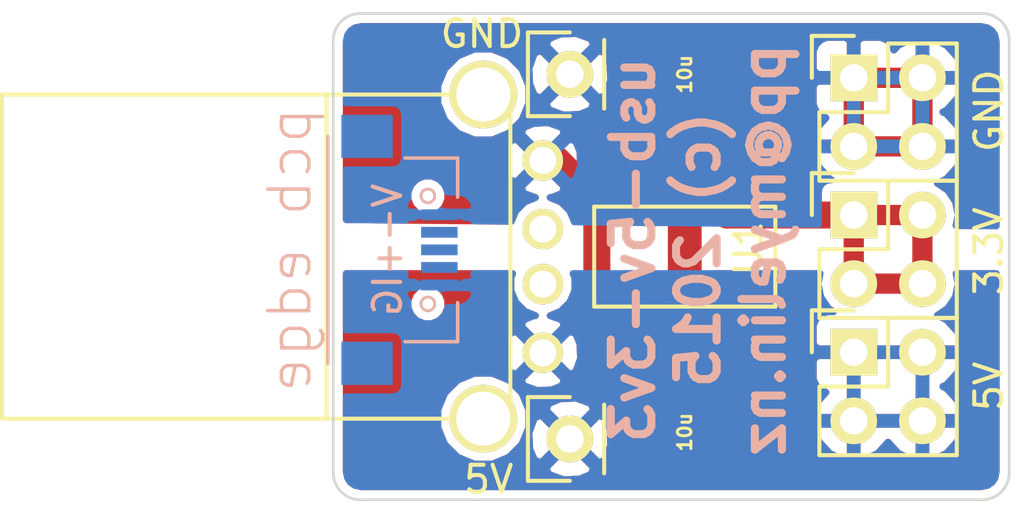
<source format=kicad_pcb>
(kicad_pcb (version 4) (host pcbnew "(2015-01-02 BZR 5348)-product")

  (general
    (links 23)
    (no_connects 0)
    (area 97.254943 89.5472 148.228991 113.7528)
    (thickness 1.6)
    (drawings 9)
    (tracks 20)
    (zones 0)
    (modules 10)
    (nets 9)
  )

  (page A4)
  (layers
    (0 F.Cu signal)
    (31 B.Cu signal hide)
    (32 B.Adhes user)
    (33 F.Adhes user)
    (34 B.Paste user)
    (35 F.Paste user)
    (36 B.SilkS user)
    (37 F.SilkS user)
    (38 B.Mask user)
    (39 F.Mask user)
    (40 Dwgs.User user)
    (41 Cmts.User user)
    (42 Eco1.User user)
    (43 Eco2.User user)
    (44 Edge.Cuts user)
    (45 Margin user)
    (46 B.CrtYd user)
    (47 F.CrtYd user)
    (48 B.Fab user)
    (49 F.Fab user)
  )

  (setup
    (last_trace_width 0.254)
    (user_trace_width 0.254)
    (user_trace_width 0.5)
    (user_trace_width 0.75)
    (user_trace_width 1)
    (user_trace_width 1.5)
    (trace_clearance 0.1778)
    (zone_clearance 0.3048)
    (zone_45_only no)
    (trace_min 0.254)
    (segment_width 0.2)
    (edge_width 0.1)
    (via_size 0.889)
    (via_drill 0.635)
    (via_min_size 0.889)
    (via_min_drill 0.508)
    (uvia_size 0.508)
    (uvia_drill 0.127)
    (uvias_allowed no)
    (uvia_min_size 0.508)
    (uvia_min_drill 0.127)
    (pcb_text_width 0.3)
    (pcb_text_size 1.5 1.5)
    (mod_edge_width 0.15)
    (mod_text_size 1 1)
    (mod_text_width 0.15)
    (pad_size 1.7272 1.7272)
    (pad_drill 1.016)
    (pad_to_mask_clearance 0)
    (aux_axis_origin 0 0)
    (visible_elements 7FFFFF7F)
    (pcbplotparams
      (layerselection 0x010fc_80000001)
      (usegerberextensions true)
      (excludeedgelayer true)
      (linewidth 0.100000)
      (plotframeref false)
      (viasonmask false)
      (mode 1)
      (useauxorigin false)
      (hpglpennumber 1)
      (hpglpenspeed 20)
      (hpglpendiameter 15)
      (hpglpenoverlay 2)
      (psnegative false)
      (psa4output false)
      (plotreference true)
      (plotvalue true)
      (plotinvisibletext false)
      (padsonsilk false)
      (subtractmaskfromsilk false)
      (outputformat 1)
      (mirror false)
      (drillshape 0)
      (scaleselection 1)
      (outputdirectory gerbers/))
  )

  (net 0 "")
  (net 1 /vbus)
  (net 2 /gnd)
  (net 3 /3v3)
  (net 4 "Net-(CON1-Pad2)")
  (net 5 "Net-(CON1-Pad3)")
  (net 6 "Net-(CON2-Pad3)")
  (net 7 "Net-(CON2-Pad4)")
  (net 8 "Net-(CON2-Pad2)")

  (net_class Default "This is the default net class."
    (clearance 0.1778)
    (trace_width 0.254)
    (via_dia 0.889)
    (via_drill 0.635)
    (uvia_dia 0.508)
    (uvia_drill 0.127)
    (add_net /3v3)
    (add_net /gnd)
    (add_net /vbus)
    (add_net "Net-(CON1-Pad2)")
    (add_net "Net-(CON1-Pad3)")
    (add_net "Net-(CON2-Pad2)")
    (add_net "Net-(CON2-Pad3)")
    (add_net "Net-(CON2-Pad4)")
  )

  (module myelin-kicad:SM0805_NOSILKSCREEN (layer F.Cu) (tedit 54921587) (tstamp 551CCC1D)
    (at 128.25 109 180)
    (descr "Kicad SM0805 module with less annoying silkscreen -- by Phillip Pearson")
    (path /551CC528)
    (attr smd)
    (fp_text reference C1 (at 0 -1.3 180) (layer F.SilkS) hide
      (effects (font (size 0.50038 0.50038) (thickness 0.10922)))
    )
    (fp_text value 10u (at 0 0 270) (layer F.SilkS)
      (effects (font (size 0.50038 0.50038) (thickness 0.10922)))
    )
    (pad 1 smd rect (at -0.9525 0 180) (size 0.889 1.397) (layers F.Cu F.Paste F.Mask)
      (net 1 /vbus))
    (pad 2 smd rect (at 0.9525 0 180) (size 0.889 1.397) (layers F.Cu F.Paste F.Mask)
      (net 2 /gnd))
    (model smd/chip_cms.wrl
      (at (xyz 0 0 0))
      (scale (xyz 0.1 0.1 0.1))
      (rotate (xyz 0 0 0))
    )
  )

  (module myelin-kicad:SM0805_NOSILKSCREEN (layer F.Cu) (tedit 54921587) (tstamp 551CCC23)
    (at 128.25 95.75 180)
    (descr "Kicad SM0805 module with less annoying silkscreen -- by Phillip Pearson")
    (path /551CC59D)
    (attr smd)
    (fp_text reference C2 (at 0 -1.3 180) (layer F.SilkS) hide
      (effects (font (size 0.50038 0.50038) (thickness 0.10922)))
    )
    (fp_text value 10u (at 0 0 270) (layer F.SilkS)
      (effects (font (size 0.50038 0.50038) (thickness 0.10922)))
    )
    (pad 1 smd rect (at -0.9525 0 180) (size 0.889 1.397) (layers F.Cu F.Paste F.Mask)
      (net 3 /3v3))
    (pad 2 smd rect (at 0.9525 0 180) (size 0.889 1.397) (layers F.Cu F.Paste F.Mask)
      (net 2 /gnd))
    (model smd/chip_cms.wrl
      (at (xyz 0 0 0))
      (scale (xyz 0.1 0.1 0.1))
      (rotate (xyz 0 0 0))
    )
  )

  (module myelin-kicad:USB_A_THRU_HOLE (layer F.Cu) (tedit 551CD54F) (tstamp 551CCC2D)
    (at 115 102.5 270)
    (path /551CC3CC)
    (fp_text reference CON1 (at 0 -1.9 270) (layer F.SilkS) hide
      (effects (font (size 1.5 1.5) (thickness 0.15)))
    )
    (fp_text value usb_plug (at 0 -5 270) (layer F.SilkS) hide
      (effects (font (size 1.5 1.5) (thickness 0.15)))
    )
    (fp_line (start 6 0) (end 6 -6.8) (layer F.SilkS) (width 0.15))
    (fp_line (start 6 -6.8) (end -6 -6.8) (layer F.SilkS) (width 0.15))
    (fp_line (start -6 -6.8) (end -6 0) (layer F.SilkS) (width 0.15))
    (fp_line (start 6 12) (end -6 12) (layer F.SilkS) (width 0.15))
    (fp_line (start -6 12) (end -6 0) (layer F.SilkS) (width 0.15))
    (fp_line (start -6 0) (end 6 0) (layer F.SilkS) (width 0.15))
    (fp_line (start 6 0) (end 6 12) (layer F.SilkS) (width 0.15))
    (pad 1 thru_hole circle (at 3.56 -8 90) (size 1.5 1.5) (drill 1) (layers *.Cu *.Mask F.SilkS)
      (net 1 /vbus))
    (pad 2 thru_hole circle (at 1.02 -8 90) (size 1.5 1.5) (drill 1) (layers *.Cu *.Mask F.SilkS)
      (net 4 "Net-(CON1-Pad2)"))
    (pad 3 thru_hole circle (at -1.02 -8 90) (size 1.5 1.5) (drill 1) (layers *.Cu *.Mask F.SilkS)
      (net 5 "Net-(CON1-Pad3)"))
    (pad 4 thru_hole circle (at -3.56 -8 90) (size 1.5 1.5) (drill 1) (layers *.Cu *.Mask F.SilkS)
      (net 2 /gnd))
    (pad "" thru_hole circle (at 6 -5.8 90) (size 2.5 2.5) (drill 2) (layers *.Cu *.Mask F.SilkS))
    (pad "" thru_hole circle (at -6 -5.8 90) (size 2.5 2.5) (drill 2) (layers *.Cu *.Mask F.SilkS))
  )

  (module myelin-kicad:micro_usb_b_smd_bottom_mount (layer B.Cu) (tedit 551CD542) (tstamp 551CCC3A)
    (at 116.5 102.25 90)
    (descr "micro usb b connector -- designed to go on the bottom of the pcb -- Phillip Pearson")
    (path /551CC4A1)
    (fp_text reference CON2 (at 0.2 -4.95 90) (layer B.SilkS) hide
      (effects (font (thickness 0.3048)) (justify mirror))
    )
    (fp_text value micro_usb_socket (at 0.65 -8.9 90) (layer B.SilkS) hide
      (effects (font (thickness 0.3048)) (justify mirror))
    )
    (fp_text user V-+IG (at 0 0.762 90) (layer B.SilkS)
      (effects (font (size 1.016 1.016) (thickness 0.1524)) (justify mirror))
    )
    (fp_line (start -4.2 -1.45) (end 4.2 -1.45) (layer B.SilkS) (width 0.13))
    (fp_line (start 1.95 3.35) (end 3.4 3.35) (layer B.SilkS) (width 0.13))
    (fp_line (start 3.4 3.35) (end 3.4 1.4) (layer B.SilkS) (width 0.13))
    (fp_line (start -1.95 3.35) (end -3.4 3.35) (layer B.SilkS) (width 0.13))
    (fp_line (start -3.4 3.35) (end -3.4 1.4) (layer B.SilkS) (width 0.13))
    (fp_text user "pcb edge" (at 0 -2.85 90) (layer B.SilkS)
      (effects (font (thickness 0.127)) (justify mirror))
    )
    (pad "" smd rect (at -4.2 0 90) (size 1.6 1.9) (layers B.Cu B.Paste B.Mask))
    (pad "" smd rect (at 4.2 0 90) (size 1.6 1.9) (layers B.Cu B.Paste B.Mask))
    (pad 3 smd rect (at 0 2.675 90) (size 0.4 1.35) (layers B.Cu B.Paste B.Mask)
      (net 6 "Net-(CON2-Pad3)"))
    (pad 4 smd rect (at 0.65 2.675 90) (size 0.4 1.35) (layers B.Cu B.Paste B.Mask)
      (net 7 "Net-(CON2-Pad4)"))
    (pad 5 smd rect (at 1.3 2.675 90) (size 0.4 1.35) (layers B.Cu B.Paste B.Mask)
      (net 2 /gnd))
    (pad 2 smd rect (at -0.65 2.675 90) (size 0.4 1.35) (layers B.Cu B.Paste B.Mask)
      (net 8 "Net-(CON2-Pad2)"))
    (pad 1 smd rect (at -1.3 2.675 90) (size 0.4 1.35) (layers B.Cu B.Paste B.Mask)
      (net 1 /vbus))
    (pad "" thru_hole circle (at -2 2.25 90) (size 0.6 0.6) (drill 0.4) (layers *.Cu *.Mask B.SilkS))
    (pad "" thru_hole circle (at 2 2.25 90) (size 0.6 0.6) (drill 0.4) (layers *.Cu *.Mask B.SilkS))
  )

  (module Socket_Strips:Socket_Strip_Straight_2x02 (layer F.Cu) (tedit 551CD2C7) (tstamp 551CCC42)
    (at 134.5 106.04)
    (descr "Through hole socket strip")
    (tags "socket strip")
    (path /551CC73C)
    (fp_text reference P1 (at 12.5 1.76) (layer F.SilkS) hide
      (effects (font (size 1 1) (thickness 0.15)))
    )
    (fp_text value 5V (at 5 1.26 90) (layer F.SilkS)
      (effects (font (size 1 1) (thickness 0.15)))
    )
    (fp_line (start -1.55 -1.55) (end -1.55 0) (layer F.SilkS) (width 0.15))
    (fp_line (start -1.75 -1.75) (end -1.75 4.3) (layer F.CrtYd) (width 0.05))
    (fp_line (start 4.3 -1.75) (end 4.3 4.3) (layer F.CrtYd) (width 0.05))
    (fp_line (start -1.75 -1.75) (end 4.3 -1.75) (layer F.CrtYd) (width 0.05))
    (fp_line (start -1.75 4.3) (end 4.3 4.3) (layer F.CrtYd) (width 0.05))
    (fp_line (start 0 -1.55) (end -1.55 -1.55) (layer F.SilkS) (width 0.15))
    (fp_line (start 0 -1.55) (end -1.55 -1.55) (layer F.SilkS) (width 0.15))
    (fp_line (start 1.27 -1.27) (end 1.27 1.27) (layer F.SilkS) (width 0.15))
    (fp_line (start 1.27 1.27) (end -1.27 1.27) (layer F.SilkS) (width 0.15))
    (fp_line (start -1.27 1.27) (end -1.27 3.81) (layer F.SilkS) (width 0.15))
    (fp_line (start -1.27 3.81) (end 3.81 3.81) (layer F.SilkS) (width 0.15))
    (fp_line (start 3.81 3.81) (end 3.81 -1.27) (layer F.SilkS) (width 0.15))
    (fp_line (start 3.81 -1.27) (end 1.27 -1.27) (layer F.SilkS) (width 0.15))
    (pad 1 thru_hole rect (at 0 0) (size 1.7272 1.7272) (drill 1.016) (layers *.Cu *.Mask F.SilkS)
      (net 1 /vbus))
    (pad 2 thru_hole oval (at 0 2.54) (size 1.7272 1.7272) (drill 1.016) (layers *.Cu *.Mask F.SilkS)
      (net 1 /vbus))
    (pad 3 thru_hole oval (at 2.54 0) (size 1.7272 1.7272) (drill 1.016) (layers *.Cu *.Mask F.SilkS)
      (net 1 /vbus))
    (pad 4 thru_hole oval (at 2.54 2.54) (size 1.7272 1.7272) (drill 1.016) (layers *.Cu *.Mask F.SilkS)
      (net 1 /vbus))
    (model Socket_Strips.3dshapes/Socket_Strip_Straight_2x02.wrl
      (at (xyz 0.05 -0.05 0))
      (scale (xyz 1 1 1))
      (rotate (xyz 0 0 180))
    )
  )

  (module Socket_Strips:Socket_Strip_Straight_2x02 (layer F.Cu) (tedit 551CD2C5) (tstamp 551CCC4A)
    (at 134.5 100.96)
    (descr "Through hole socket strip")
    (tags "socket strip")
    (path /551CC665)
    (fp_text reference P2 (at 12.3 1.44) (layer F.SilkS) hide
      (effects (font (size 1 1) (thickness 0.15)))
    )
    (fp_text value 3.3V (at 5 1.34 90) (layer F.SilkS)
      (effects (font (size 1 1) (thickness 0.15)))
    )
    (fp_line (start -1.55 -1.55) (end -1.55 0) (layer F.SilkS) (width 0.15))
    (fp_line (start -1.75 -1.75) (end -1.75 4.3) (layer F.CrtYd) (width 0.05))
    (fp_line (start 4.3 -1.75) (end 4.3 4.3) (layer F.CrtYd) (width 0.05))
    (fp_line (start -1.75 -1.75) (end 4.3 -1.75) (layer F.CrtYd) (width 0.05))
    (fp_line (start -1.75 4.3) (end 4.3 4.3) (layer F.CrtYd) (width 0.05))
    (fp_line (start 0 -1.55) (end -1.55 -1.55) (layer F.SilkS) (width 0.15))
    (fp_line (start 0 -1.55) (end -1.55 -1.55) (layer F.SilkS) (width 0.15))
    (fp_line (start 1.27 -1.27) (end 1.27 1.27) (layer F.SilkS) (width 0.15))
    (fp_line (start 1.27 1.27) (end -1.27 1.27) (layer F.SilkS) (width 0.15))
    (fp_line (start -1.27 1.27) (end -1.27 3.81) (layer F.SilkS) (width 0.15))
    (fp_line (start -1.27 3.81) (end 3.81 3.81) (layer F.SilkS) (width 0.15))
    (fp_line (start 3.81 3.81) (end 3.81 -1.27) (layer F.SilkS) (width 0.15))
    (fp_line (start 3.81 -1.27) (end 1.27 -1.27) (layer F.SilkS) (width 0.15))
    (pad 1 thru_hole rect (at 0 0) (size 1.7272 1.7272) (drill 1.016) (layers *.Cu *.Mask F.SilkS)
      (net 3 /3v3))
    (pad 2 thru_hole oval (at 0 2.54) (size 1.7272 1.7272) (drill 1.016) (layers *.Cu *.Mask F.SilkS)
      (net 3 /3v3))
    (pad 3 thru_hole oval (at 2.54 0) (size 1.7272 1.7272) (drill 1.016) (layers *.Cu *.Mask F.SilkS)
      (net 3 /3v3))
    (pad 4 thru_hole oval (at 2.54 2.54) (size 1.7272 1.7272) (drill 1.016) (layers *.Cu *.Mask F.SilkS)
      (net 3 /3v3))
    (model Socket_Strips.3dshapes/Socket_Strip_Straight_2x02.wrl
      (at (xyz 0.05 -0.05 0))
      (scale (xyz 1 1 1))
      (rotate (xyz 0 0 180))
    )
  )

  (module Socket_Strips:Socket_Strip_Straight_2x02 (layer F.Cu) (tedit 551CD2C4) (tstamp 551CCD21)
    (at 134.5 95.88)
    (descr "Through hole socket strip")
    (tags "socket strip")
    (path /551CC6A2)
    (fp_text reference P3 (at 11.5 1.32) (layer F.SilkS) hide
      (effects (font (size 1 1) (thickness 0.15)))
    )
    (fp_text value GND (at 5 1.22 90) (layer F.SilkS)
      (effects (font (size 1 1) (thickness 0.15)))
    )
    (fp_line (start -1.55 -1.55) (end -1.55 0) (layer F.SilkS) (width 0.15))
    (fp_line (start -1.75 -1.75) (end -1.75 4.3) (layer F.CrtYd) (width 0.05))
    (fp_line (start 4.3 -1.75) (end 4.3 4.3) (layer F.CrtYd) (width 0.05))
    (fp_line (start -1.75 -1.75) (end 4.3 -1.75) (layer F.CrtYd) (width 0.05))
    (fp_line (start -1.75 4.3) (end 4.3 4.3) (layer F.CrtYd) (width 0.05))
    (fp_line (start 0 -1.55) (end -1.55 -1.55) (layer F.SilkS) (width 0.15))
    (fp_line (start 0 -1.55) (end -1.55 -1.55) (layer F.SilkS) (width 0.15))
    (fp_line (start 1.27 -1.27) (end 1.27 1.27) (layer F.SilkS) (width 0.15))
    (fp_line (start 1.27 1.27) (end -1.27 1.27) (layer F.SilkS) (width 0.15))
    (fp_line (start -1.27 1.27) (end -1.27 3.81) (layer F.SilkS) (width 0.15))
    (fp_line (start -1.27 3.81) (end 3.81 3.81) (layer F.SilkS) (width 0.15))
    (fp_line (start 3.81 3.81) (end 3.81 -1.27) (layer F.SilkS) (width 0.15))
    (fp_line (start 3.81 -1.27) (end 1.27 -1.27) (layer F.SilkS) (width 0.15))
    (pad 1 thru_hole rect (at 0 0) (size 1.7272 1.7272) (drill 1.016) (layers *.Cu *.Mask F.SilkS)
      (net 2 /gnd))
    (pad 2 thru_hole oval (at 0 2.54) (size 1.7272 1.7272) (drill 1.016) (layers *.Cu *.Mask F.SilkS)
      (net 2 /gnd))
    (pad 3 thru_hole oval (at 2.54 0) (size 1.7272 1.7272) (drill 1.016) (layers *.Cu *.Mask F.SilkS)
      (net 2 /gnd))
    (pad 4 thru_hole oval (at 2.54 2.54) (size 1.7272 1.7272) (drill 1.016) (layers *.Cu *.Mask F.SilkS)
      (net 2 /gnd))
    (model Socket_Strips.3dshapes/Socket_Strip_Straight_2x02.wrl
      (at (xyz 0.05 -0.05 0))
      (scale (xyz 1 1 1))
      (rotate (xyz 0 0 180))
    )
  )

  (module myelin-kicad:SOT-223-LDO-1117LV (layer F.Cu) (tedit 551CD2BD) (tstamp 551CCC5E)
    (at 128.25 102.5)
    (path /551CC4F8)
    (fp_text reference U1 (at 2.35 -0.3 90) (layer F.SilkS)
      (effects (font (size 1 1) (thickness 0.15)))
    )
    (fp_text value NCP1117ST33T3G (at 0.15 10.3 180) (layer F.SilkS) hide
      (effects (font (size 1 1) (thickness 0.15)))
    )
    (fp_line (start 3.35 -1.85) (end 3.35 1.85) (layer F.SilkS) (width 0.15))
    (fp_line (start -3.35 -1.85) (end 3.35 -1.85) (layer F.SilkS) (width 0.15))
    (fp_line (start -3.35 1.85) (end -3.35 -1.85) (layer F.SilkS) (width 0.15))
    (fp_line (start -3.35 1.85) (end 3.35 1.85) (layer F.SilkS) (width 0.15))
    (pad 1 smd rect (at -2.3 3.1) (size 1.25 2.55) (layers F.Cu F.Paste F.Mask)
      (net 2 /gnd))
    (pad 2 smd rect (at 0 0) (size 1.25 8.75) (layers F.Cu F.Paste F.Mask)
      (net 3 /3v3))
    (pad 3 smd rect (at 2.3 3.1) (size 1.25 2.55) (layers F.Cu F.Paste F.Mask)
      (net 1 /vbus))
    (pad 2 smd rect (at 0 -3.1) (size 3.65 2.55) (layers F.Cu F.Paste F.Mask)
      (net 3 /3v3))
  )

  (module Socket_Strips:Socket_Strip_Straight_1x01 (layer F.Cu) (tedit 551CD9EB) (tstamp 551CD8B5)
    (at 124 109.25)
    (descr "Through hole socket strip")
    (tags "socket strip")
    (path /551CD9A8)
    (fp_text reference P4 (at 0 -5.1) (layer F.SilkS) hide
      (effects (font (size 1 1) (thickness 0.15)))
    )
    (fp_text value 5V (at -3 1.5) (layer F.SilkS)
      (effects (font (size 1 1) (thickness 0.15)))
    )
    (fp_line (start -1.75 -1.75) (end -1.75 1.75) (layer F.CrtYd) (width 0.05))
    (fp_line (start 1.75 -1.75) (end 1.75 1.75) (layer F.CrtYd) (width 0.05))
    (fp_line (start -1.75 -1.75) (end 1.75 -1.75) (layer F.CrtYd) (width 0.05))
    (fp_line (start -1.75 1.75) (end 1.75 1.75) (layer F.CrtYd) (width 0.05))
    (fp_line (start 1.27 1.27) (end 1.27 -1.27) (layer F.SilkS) (width 0.15))
    (fp_line (start -1.55 -1.55) (end 0 -1.55) (layer F.SilkS) (width 0.15))
    (fp_line (start -1.55 -1.55) (end -1.55 1.55) (layer F.SilkS) (width 0.15))
    (fp_line (start -1.55 1.55) (end 0 1.55) (layer F.SilkS) (width 0.15))
    (pad 1 thru_hole circle (at 0 0) (size 1.7272 1.7272) (drill 1.016) (layers *.Cu *.Mask F.SilkS)
      (net 1 /vbus))
    (model Socket_Strips.3dshapes/Socket_Strip_Straight_1x01.wrl
      (at (xyz 0 0 0))
      (scale (xyz 1 1 1))
      (rotate (xyz 0 0 180))
    )
  )

  (module Socket_Strips:Socket_Strip_Straight_1x01 (layer F.Cu) (tedit 551CD9A6) (tstamp 551CD8BA)
    (at 124 95.75)
    (descr "Through hole socket strip")
    (tags "socket strip")
    (path /551CD8A3)
    (fp_text reference P5 (at 0 -5.1) (layer F.SilkS) hide
      (effects (font (size 1 1) (thickness 0.15)))
    )
    (fp_text value GND (at -3.25 -1.5 180) (layer F.SilkS)
      (effects (font (size 1 1) (thickness 0.15)))
    )
    (fp_line (start -1.75 -1.75) (end -1.75 1.75) (layer F.CrtYd) (width 0.05))
    (fp_line (start 1.75 -1.75) (end 1.75 1.75) (layer F.CrtYd) (width 0.05))
    (fp_line (start -1.75 -1.75) (end 1.75 -1.75) (layer F.CrtYd) (width 0.05))
    (fp_line (start -1.75 1.75) (end 1.75 1.75) (layer F.CrtYd) (width 0.05))
    (fp_line (start 1.27 1.27) (end 1.27 -1.27) (layer F.SilkS) (width 0.15))
    (fp_line (start -1.55 -1.55) (end 0 -1.55) (layer F.SilkS) (width 0.15))
    (fp_line (start -1.55 -1.55) (end -1.55 1.55) (layer F.SilkS) (width 0.15))
    (fp_line (start -1.55 1.55) (end 0 1.55) (layer F.SilkS) (width 0.15))
    (pad 1 thru_hole circle (at 0 0) (size 1.7272 1.7272) (drill 1.016) (layers *.Cu *.Mask F.SilkS)
      (net 2 /gnd))
    (model Socket_Strips.3dshapes/Socket_Strip_Straight_1x01.wrl
      (at (xyz 0 0 0))
      (scale (xyz 1 1 1))
      (rotate (xyz 0 0 180))
    )
  )

  (gr_text "usb-5v-3v3\n(c) 2015\npp@myelin.nz" (at 128.75 102.25 90) (layer B.SilkS)
    (effects (font (size 1.5 1.5) (thickness 0.3)) (justify mirror))
  )
  (gr_arc (start 139.25 110.5) (end 140.25 110.5) (angle 90) (layer Edge.Cuts) (width 0.1))
  (gr_arc (start 139.25 94.5) (end 139.25 93.5) (angle 90) (layer Edge.Cuts) (width 0.1))
  (gr_line (start 140.25 94.5) (end 140.25 110.5) (angle 90) (layer Edge.Cuts) (width 0.1))
  (gr_line (start 116.25 93.5) (end 139.25 93.5) (angle 90) (layer Edge.Cuts) (width 0.1))
  (gr_line (start 116.25 111.5) (end 139.25 111.5) (angle 90) (layer Edge.Cuts) (width 0.1))
  (gr_arc (start 116.25 94.5) (end 115.25 94.5) (angle 90) (layer Edge.Cuts) (width 0.1))
  (gr_arc (start 116.25 110.5) (end 116.25 111.5) (angle 90) (layer Edge.Cuts) (width 0.1))
  (gr_line (start 115.25 94.5) (end 115.25 110.5) (angle 90) (layer Edge.Cuts) (width 0.1))

  (segment (start 125 100.4) (end 125 104.65) (width 1) (layer F.Cu) (net 2) (tstamp 551CD302))
  (segment (start 125 104.65) (end 125.95 105.6) (width 1) (layer F.Cu) (net 2) (tstamp 551CD303))
  (segment (start 123.54 98.94) (end 125 100.4) (width 1) (layer F.Cu) (net 2) (tstamp 551CD301))
  (segment (start 123 98.94) (end 123.54 98.94) (width 1) (layer F.Cu) (net 2))
  (segment (start 125.95 107.6525) (end 127.2975 109) (width 1) (layer F.Cu) (net 2) (tstamp 551CD306))
  (segment (start 125.95 105.6) (end 125.95 107.6525) (width 1) (layer F.Cu) (net 2))
  (segment (start 134.5 95.88) (end 137.04 95.88) (width 0.75) (layer F.Cu) (net 2))
  (segment (start 137.04 95.88) (end 137.04 98.42) (width 0.75) (layer F.Cu) (net 2))
  (segment (start 137.04 98.42) (end 134.5 98.42) (width 0.75) (layer F.Cu) (net 2))
  (segment (start 134.5 98.42) (end 134.5 95.88) (width 0.75) (layer F.Cu) (net 2))
  (segment (start 128.25 99.4) (end 128.25 102.5) (width 1) (layer F.Cu) (net 3) (tstamp 551CD30E))
  (segment (start 129.2025 98.4475) (end 128.25 99.4) (width 1) (layer F.Cu) (net 3) (tstamp 551CD30C))
  (segment (start 129.2025 95.75) (end 129.2025 98.4475) (width 1) (layer F.Cu) (net 3))
  (segment (start 128.25 99.4) (end 128.25 102.5) (width 1) (layer F.Cu) (net 3) (tstamp 551CD317))
  (segment (start 129.81 100.96) (end 128.25 99.4) (width 1) (layer F.Cu) (net 3) (tstamp 551CD312))
  (segment (start 134.5 100.96) (end 129.81 100.96) (width 1) (layer F.Cu) (net 3))
  (segment (start 134.5 103.5) (end 137.04 103.5) (width 0.75) (layer F.Cu) (net 3))
  (segment (start 137.04 103.5) (end 137.04 100.96) (width 0.75) (layer F.Cu) (net 3))
  (segment (start 137.04 100.96) (end 134.5 100.96) (width 0.75) (layer F.Cu) (net 3))
  (segment (start 134.5 100.96) (end 134.5 103.5) (width 0.75) (layer F.Cu) (net 3))

  (zone (net 2) (net_name /gnd) (layer B.Cu) (tstamp 551CD424) (hatch edge 0.508)
    (connect_pads (clearance 0.3048))
    (min_thickness 0.254)
    (fill yes (arc_segments 16) (thermal_gap 0.508) (thermal_bridge_width 0.508))
    (polygon
      (pts
        (xy 140.75 101.5) (xy 114.75 101.25) (xy 114.75 93) (xy 140.75 93)
      )
    )
    (filled_polygon
      (pts
        (xy 139.7682 101.363553) (xy 138.283346 101.349276) (xy 138.360778 100.96) (xy 138.262172 100.464272) (xy 137.981364 100.044014)
        (xy 137.592595 99.784246) (xy 137.92849 99.626821) (xy 138.322688 99.194947) (xy 138.494958 98.779026) (xy 138.494958 98.060974)
        (xy 138.322688 97.645053) (xy 137.92849 97.213179) (xy 137.793687 97.15) (xy 137.92849 97.086821) (xy 138.322688 96.654947)
        (xy 138.494958 96.239026) (xy 138.494958 95.520974) (xy 138.322688 95.105053) (xy 137.92849 94.673179) (xy 137.399027 94.425032)
        (xy 137.167 94.545531) (xy 137.167 95.753) (xy 138.373817 95.753) (xy 138.494958 95.520974) (xy 138.494958 96.239026)
        (xy 138.373817 96.007) (xy 137.167 96.007) (xy 137.167 97.085531) (xy 137.167 97.214469) (xy 137.167 98.293)
        (xy 138.373817 98.293) (xy 138.494958 98.060974) (xy 138.494958 98.779026) (xy 138.373817 98.547) (xy 137.167 98.547)
        (xy 137.167 98.567) (xy 136.913 98.567) (xy 136.913 98.547) (xy 136.913 98.293) (xy 136.913 97.214469)
        (xy 136.913 97.085531) (xy 136.913 96.007) (xy 136.913 95.753) (xy 136.913 94.545531) (xy 136.680973 94.425032)
        (xy 136.15151 94.673179) (xy 135.984528 94.856119) (xy 135.901927 94.656701) (xy 135.723298 94.478073) (xy 135.489909 94.3814)
        (xy 134.78575 94.3814) (xy 134.627 94.54015) (xy 134.627 95.753) (xy 135.706183 95.753) (xy 135.83985 95.753)
        (xy 136.913 95.753) (xy 136.913 96.007) (xy 135.83985 96.007) (xy 135.706183 96.007) (xy 134.627 96.007)
        (xy 134.627 97.085531) (xy 134.627 97.21985) (xy 134.627 98.293) (xy 135.706183 98.293) (xy 135.833817 98.293)
        (xy 136.913 98.293) (xy 136.913 98.547) (xy 135.833817 98.547) (xy 135.706183 98.547) (xy 134.627 98.547)
        (xy 134.627 98.567) (xy 134.373 98.567) (xy 134.373 98.547) (xy 134.373 98.293) (xy 134.373 97.21985)
        (xy 134.373 97.085531) (xy 134.373 96.007) (xy 134.373 95.753) (xy 134.373 94.54015) (xy 134.21425 94.3814)
        (xy 133.510091 94.3814) (xy 133.276702 94.478073) (xy 133.098073 94.656701) (xy 133.0014 94.89009) (xy 133.0014 95.142709)
        (xy 133.0014 95.59425) (xy 133.16015 95.753) (xy 134.373 95.753) (xy 134.373 96.007) (xy 133.16015 96.007)
        (xy 133.0014 96.16575) (xy 133.0014 96.617291) (xy 133.0014 96.86991) (xy 133.098073 97.103299) (xy 133.276702 97.281927)
        (xy 133.474119 97.3637) (xy 133.217312 97.645053) (xy 133.045042 98.060974) (xy 133.166183 98.293) (xy 134.373 98.293)
        (xy 134.373 98.547) (xy 133.166183 98.547) (xy 133.045042 98.779026) (xy 133.217312 99.194947) (xy 133.61151 99.626821)
        (xy 133.674069 99.656141) (xy 133.6364 99.656141) (xy 133.471756 99.688085) (xy 133.327049 99.783142) (xy 133.230184 99.926645)
        (xy 133.196141 100.0964) (xy 133.196141 101.30036) (xy 125.510248 101.226457) (xy 125.510248 95.98197) (xy 125.484058 95.386365)
        (xy 125.306516 94.957741) (xy 125.053805 94.8758) (xy 124.8742 95.055405) (xy 124.8742 94.696195) (xy 124.792259 94.443484)
        (xy 124.23197 94.239752) (xy 123.636365 94.265942) (xy 123.207741 94.443484) (xy 123.1258 94.696195) (xy 124 95.570395)
        (xy 124.8742 94.696195) (xy 124.8742 95.055405) (xy 124.179605 95.75) (xy 125.053805 96.6242) (xy 125.306516 96.542259)
        (xy 125.510248 95.98197) (xy 125.510248 101.226457) (xy 124.8742 101.220341) (xy 124.8742 96.803805) (xy 124 95.929605)
        (xy 123.820395 96.10921) (xy 123.820395 95.75) (xy 122.946195 94.8758) (xy 122.693484 94.957741) (xy 122.489752 95.51803)
        (xy 122.515942 96.113635) (xy 122.693484 96.542259) (xy 122.946195 96.6242) (xy 123.820395 95.75) (xy 123.820395 96.10921)
        (xy 123.1258 96.803805) (xy 123.207741 97.056516) (xy 123.76803 97.260248) (xy 124.363635 97.234058) (xy 124.792259 97.056516)
        (xy 124.8742 96.803805) (xy 124.8742 101.220341) (xy 124.397201 101.215754) (xy 124.397201 99.144829) (xy 124.36923 98.594552)
        (xy 124.21246 98.216077) (xy 123.971517 98.148088) (xy 123.791912 98.327693) (xy 123.791912 97.968483) (xy 123.723923 97.72754)
        (xy 123.204829 97.542799) (xy 122.654552 97.57077) (xy 122.482091 97.642205) (xy 122.482091 96.166937) (xy 122.226592 95.548582)
        (xy 121.753907 95.075071) (xy 121.135998 94.818493) (xy 120.466937 94.817909) (xy 119.848582 95.073408) (xy 119.375071 95.546093)
        (xy 119.118493 96.164002) (xy 119.117909 96.833063) (xy 119.373408 97.451418) (xy 119.846093 97.924929) (xy 120.464002 98.181507)
        (xy 121.133063 98.182091) (xy 121.751418 97.926592) (xy 122.224929 97.453907) (xy 122.481507 96.835998) (xy 122.482091 96.166937)
        (xy 122.482091 97.642205) (xy 122.276077 97.72754) (xy 122.208088 97.968483) (xy 123 98.760395) (xy 123.791912 97.968483)
        (xy 123.791912 98.327693) (xy 123.179605 98.94) (xy 123.971517 99.731912) (xy 124.21246 99.663923) (xy 124.397201 99.144829)
        (xy 124.397201 101.215754) (xy 124.168617 101.213557) (xy 124.002466 100.811439) (xy 123.67031 100.478703) (xy 123.271257 100.313001)
        (xy 123.345448 100.30923) (xy 123.723923 100.15246) (xy 123.791912 99.911517) (xy 123 99.119605) (xy 122.820395 99.29921)
        (xy 122.820395 98.94) (xy 122.028483 98.148088) (xy 121.78754 98.216077) (xy 121.602799 98.735171) (xy 121.63077 99.285448)
        (xy 121.78754 99.663923) (xy 122.028483 99.731912) (xy 122.820395 98.94) (xy 122.820395 99.29921) (xy 122.208088 99.911517)
        (xy 122.276077 100.15246) (xy 122.728498 100.313472) (xy 122.331439 100.477534) (xy 121.998703 100.80969) (xy 121.840298 101.191169)
        (xy 120.45409 101.17784) (xy 120.32625 101.05) (xy 120.103037 101.05) (xy 120.019755 100.993784) (xy 119.85 100.959741)
        (xy 118.948619 100.959741) (xy 119.16399 100.870752) (xy 119.23186 100.803) (xy 119.302 100.803) (xy 119.302 100.85)
        (xy 120.32625 100.85) (xy 120.485 100.69125) (xy 120.485 100.623691) (xy 120.388327 100.390302) (xy 120.209699 100.211673)
        (xy 119.97631 100.115) (xy 119.723691 100.115) (xy 119.481918 100.115) (xy 119.481927 100.105075) (xy 119.370752 99.83601)
        (xy 119.165073 99.629972) (xy 118.896203 99.518327) (xy 118.605075 99.518073) (xy 118.33601 99.629248) (xy 118.129972 99.834927)
        (xy 118.018327 100.103797) (xy 118.018126 100.333848) (xy 117.961673 100.390302) (xy 117.865 100.623691) (xy 117.865 100.69125)
        (xy 118.02375 100.85) (xy 118.314933 100.85) (xy 118.334927 100.870028) (xy 118.550979 100.959741) (xy 118.5 100.959741)
        (xy 118.335356 100.991685) (xy 118.246582 101.05) (xy 118.02375 101.05) (xy 117.920272 101.153477) (xy 115.7318 101.132434)
        (xy 115.7318 99.290259) (xy 117.45 99.290259) (xy 117.614644 99.258315) (xy 117.759351 99.163258) (xy 117.856216 99.019755)
        (xy 117.890259 98.85) (xy 117.890259 97.25) (xy 117.858315 97.085356) (xy 117.763258 96.940649) (xy 117.619755 96.843784)
        (xy 117.45 96.809741) (xy 115.7318 96.809741) (xy 115.7318 94.54745) (xy 115.779965 94.305306) (xy 115.890251 94.140251)
        (xy 116.055305 94.029965) (xy 116.29745 93.9818) (xy 139.202549 93.9818) (xy 139.444693 94.029965) (xy 139.609748 94.140251)
        (xy 139.720034 94.305305) (xy 139.7682 94.54745) (xy 139.7682 101.363553)
      )
    )
  )
  (zone (net 1) (net_name /vbus) (layer F.Cu) (tstamp 551CD5A0) (hatch edge 0.508)
    (connect_pads (clearance 0.3048))
    (min_thickness 0.254)
    (fill yes (arc_segments 16) (thermal_gap 0.508) (thermal_bridge_width 0.508))
    (polygon
      (pts
        (xy 140.8 112) (xy 114.8 112) (xy 114.8 103) (xy 140.8 103)
      )
    )
    (filled_polygon
      (pts
        (xy 139.7682 110.452549) (xy 139.720034 110.694694) (xy 139.609748 110.859748) (xy 139.444693 110.970034) (xy 139.202549 111.0182)
        (xy 138.494958 111.0182) (xy 138.494958 108.939026) (xy 138.494958 108.220974) (xy 138.322688 107.805053) (xy 137.92849 107.373179)
        (xy 137.793687 107.31) (xy 137.92849 107.246821) (xy 138.322688 106.814947) (xy 138.494958 106.399026) (xy 138.373817 106.167)
        (xy 137.167 106.167) (xy 137.167 107.245531) (xy 137.167 107.374469) (xy 137.167 108.453) (xy 138.373817 108.453)
        (xy 138.494958 108.220974) (xy 138.494958 108.939026) (xy 138.373817 108.707) (xy 137.167 108.707) (xy 137.167 109.914469)
        (xy 137.399027 110.034968) (xy 137.92849 109.786821) (xy 138.322688 109.354947) (xy 138.494958 108.939026) (xy 138.494958 111.0182)
        (xy 136.913 111.0182) (xy 136.913 109.914469) (xy 136.913 108.707) (xy 136.913 108.453) (xy 136.913 107.374469)
        (xy 136.913 107.245531) (xy 136.913 106.167) (xy 135.83985 106.167) (xy 135.706183 106.167) (xy 134.627 106.167)
        (xy 134.627 107.245531) (xy 134.627 107.37985) (xy 134.627 108.453) (xy 135.706183 108.453) (xy 135.833817 108.453)
        (xy 136.913 108.453) (xy 136.913 108.707) (xy 135.833817 108.707) (xy 135.706183 108.707) (xy 134.627 108.707)
        (xy 134.627 109.914469) (xy 134.859027 110.034968) (xy 135.38849 109.786821) (xy 135.77 109.368847) (xy 136.15151 109.786821)
        (xy 136.680973 110.034968) (xy 136.913 109.914469) (xy 136.913 111.0182) (xy 134.373 111.0182) (xy 134.373 109.914469)
        (xy 134.373 108.707) (xy 134.373 108.453) (xy 134.373 107.37985) (xy 134.373 107.245531) (xy 134.373 106.167)
        (xy 133.16015 106.167) (xy 133.0014 106.32575) (xy 133.0014 106.777291) (xy 133.0014 107.02991) (xy 133.098073 107.263299)
        (xy 133.276702 107.441927) (xy 133.474119 107.5237) (xy 133.217312 107.805053) (xy 133.045042 108.220974) (xy 133.166183 108.453)
        (xy 134.373 108.453) (xy 134.373 108.707) (xy 133.166183 108.707) (xy 133.045042 108.939026) (xy 133.217312 109.354947)
        (xy 133.61151 109.786821) (xy 134.140973 110.034968) (xy 134.373 109.914469) (xy 134.373 111.0182) (xy 131.81 111.0182)
        (xy 131.81 107.00131) (xy 131.81 106.748691) (xy 131.81 105.88575) (xy 131.81 105.31425) (xy 131.81 104.451309)
        (xy 131.81 104.19869) (xy 131.713327 103.965301) (xy 131.534698 103.786673) (xy 131.301309 103.69) (xy 130.83575 103.69)
        (xy 130.677 103.84875) (xy 130.677 105.473) (xy 131.65125 105.473) (xy 131.81 105.31425) (xy 131.81 105.88575)
        (xy 131.65125 105.727) (xy 130.677 105.727) (xy 130.677 107.35125) (xy 130.83575 107.51) (xy 131.301309 107.51)
        (xy 131.534698 107.413327) (xy 131.713327 107.234699) (xy 131.81 107.00131) (xy 131.81 111.0182) (xy 130.282 111.0182)
        (xy 130.282 109.82481) (xy 130.282 109.572191) (xy 130.282 109.28575) (xy 130.282 108.71425) (xy 130.282 108.427809)
        (xy 130.282 108.17519) (xy 130.185327 107.941801) (xy 130.006698 107.763173) (xy 129.773309 107.6665) (xy 129.48825 107.6665)
        (xy 129.3295 107.82525) (xy 129.3295 108.873) (xy 130.12325 108.873) (xy 130.282 108.71425) (xy 130.282 109.28575)
        (xy 130.12325 109.127) (xy 129.3295 109.127) (xy 129.3295 110.17475) (xy 129.48825 110.3335) (xy 129.773309 110.3335)
        (xy 130.006698 110.236827) (xy 130.185327 110.058199) (xy 130.282 109.82481) (xy 130.282 111.0182) (xy 125.510248 111.0182)
        (xy 125.510248 109.48197) (xy 125.484058 108.886365) (xy 125.306516 108.457741) (xy 125.053805 108.3758) (xy 124.8742 108.555405)
        (xy 124.8742 108.196195) (xy 124.792259 107.943484) (xy 124.397201 107.799833) (xy 124.397201 106.264829) (xy 124.36923 105.714552)
        (xy 124.21246 105.336077) (xy 123.971517 105.268088) (xy 123.179605 106.06) (xy 123.971517 106.851912) (xy 124.21246 106.783923)
        (xy 124.397201 106.264829) (xy 124.397201 107.799833) (xy 124.23197 107.739752) (xy 123.791912 107.759102) (xy 123.791912 107.031517)
        (xy 123 106.239605) (xy 122.820395 106.41921) (xy 122.820395 106.06) (xy 122.028483 105.268088) (xy 121.78754 105.336077)
        (xy 121.602799 105.855171) (xy 121.63077 106.405448) (xy 121.78754 106.783923) (xy 122.028483 106.851912) (xy 122.820395 106.06)
        (xy 122.820395 106.41921) (xy 122.208088 107.031517) (xy 122.276077 107.27246) (xy 122.795171 107.457201) (xy 123.345448 107.42923)
        (xy 123.723923 107.27246) (xy 123.791912 107.031517) (xy 123.791912 107.759102) (xy 123.636365 107.765942) (xy 123.207741 107.943484)
        (xy 123.1258 108.196195) (xy 124 109.070395) (xy 124.8742 108.196195) (xy 124.8742 108.555405) (xy 124.179605 109.25)
        (xy 125.053805 110.1242) (xy 125.306516 110.042259) (xy 125.510248 109.48197) (xy 125.510248 111.0182) (xy 124.8742 111.0182)
        (xy 124.8742 110.303805) (xy 124 109.429605) (xy 123.820395 109.60921) (xy 123.820395 109.25) (xy 122.946195 108.3758)
        (xy 122.693484 108.457741) (xy 122.489752 109.01803) (xy 122.515942 109.613635) (xy 122.693484 110.042259) (xy 122.946195 110.1242)
        (xy 123.820395 109.25) (xy 123.820395 109.60921) (xy 123.1258 110.303805) (xy 123.207741 110.556516) (xy 123.76803 110.760248)
        (xy 124.363635 110.734058) (xy 124.792259 110.556516) (xy 124.8742 110.303805) (xy 124.8742 111.0182) (xy 122.482091 111.0182)
        (xy 122.482091 108.166937) (xy 122.226592 107.548582) (xy 121.753907 107.075071) (xy 121.135998 106.818493) (xy 120.466937 106.817909)
        (xy 119.848582 107.073408) (xy 119.481927 107.439423) (xy 119.481927 104.105075) (xy 119.370752 103.83601) (xy 119.165073 103.629972)
        (xy 118.896203 103.518327) (xy 118.605075 103.518073) (xy 118.33601 103.629248) (xy 118.129972 103.834927) (xy 118.018327 104.103797)
        (xy 118.018073 104.394925) (xy 118.129248 104.66399) (xy 118.334927 104.870028) (xy 118.603797 104.981673) (xy 118.894925 104.981927)
        (xy 119.16399 104.870752) (xy 119.370028 104.665073) (xy 119.481673 104.396203) (xy 119.481927 104.105075) (xy 119.481927 107.439423)
        (xy 119.375071 107.546093) (xy 119.118493 108.164002) (xy 119.117909 108.833063) (xy 119.373408 109.451418) (xy 119.846093 109.924929)
        (xy 120.464002 110.181507) (xy 121.133063 110.182091) (xy 121.751418 109.926592) (xy 122.224929 109.453907) (xy 122.481507 108.835998)
        (xy 122.482091 108.166937) (xy 122.482091 111.0182) (xy 116.29745 111.0182) (xy 116.055305 110.970034) (xy 115.890251 110.859748)
        (xy 115.779965 110.694693) (xy 115.7318 110.452549) (xy 115.7318 103.127) (xy 121.883553 103.127) (xy 121.818405 103.283894)
        (xy 121.817995 103.754043) (xy 121.997534 104.188561) (xy 122.32969 104.521297) (xy 122.728742 104.686998) (xy 122.654552 104.69077)
        (xy 122.276077 104.84754) (xy 122.208088 105.088483) (xy 123 105.880395) (xy 123.791912 105.088483) (xy 123.723923 104.84754)
        (xy 123.271501 104.686527) (xy 123.668561 104.522466) (xy 124.001297 104.19031) (xy 124.0682 104.02919) (xy 124.0682 104.65)
        (xy 124.139129 105.006585) (xy 124.341118 105.308882) (xy 124.884741 105.852505) (xy 124.884741 106.875) (xy 124.916685 107.039644)
        (xy 125.011742 107.184351) (xy 125.0182 107.18871) (xy 125.0182 107.6525) (xy 125.089129 108.009085) (xy 125.291118 108.311382)
        (xy 126.412741 109.433005) (xy 126.412741 109.6985) (xy 126.444685 109.863144) (xy 126.539742 110.007851) (xy 126.683245 110.104716)
        (xy 126.853 110.138759) (xy 127.742 110.138759) (xy 127.906644 110.106815) (xy 128.051351 110.011758) (xy 128.143741 109.874884)
        (xy 128.219673 110.058199) (xy 128.398302 110.236827) (xy 128.631691 110.3335) (xy 128.91675 110.3335) (xy 129.0755 110.17475)
        (xy 129.0755 109.127) (xy 129.0555 109.127) (xy 129.0555 108.873) (xy 129.0755 108.873) (xy 129.0755 107.82525)
        (xy 128.91675 107.6665) (xy 128.631691 107.6665) (xy 128.398302 107.763173) (xy 128.219673 107.941801) (xy 128.143301 108.126178)
        (xy 128.055258 107.992149) (xy 127.911755 107.895284) (xy 127.742 107.861241) (xy 127.476505 107.861241) (xy 126.8818 107.266536)
        (xy 126.8818 107.189933) (xy 126.884351 107.188258) (xy 126.981216 107.044755) (xy 127.015259 106.875) (xy 127.015259 104.325)
        (xy 126.983315 104.160356) (xy 126.888258 104.015649) (xy 126.744755 103.918784) (xy 126.575 103.884741) (xy 125.9318 103.884741)
        (xy 125.9318 103.127) (xy 127.184741 103.127) (xy 127.184741 106.875) (xy 127.216685 107.039644) (xy 127.311742 107.184351)
        (xy 127.455245 107.281216) (xy 127.625 107.315259) (xy 128.875 107.315259) (xy 129.039644 107.283315) (xy 129.184351 107.188258)
        (xy 129.281216 107.044755) (xy 129.29 107.000953) (xy 129.29 107.00131) (xy 129.386673 107.234699) (xy 129.565302 107.413327)
        (xy 129.798691 107.51) (xy 130.26425 107.51) (xy 130.423 107.35125) (xy 130.423 105.727) (xy 130.403 105.727)
        (xy 130.403 105.473) (xy 130.423 105.473) (xy 130.423 103.84875) (xy 130.26425 103.69) (xy 129.798691 103.69)
        (xy 129.565302 103.786673) (xy 129.386673 103.965301) (xy 129.315259 104.137709) (xy 129.315259 103.127) (xy 133.253415 103.127)
        (xy 133.179222 103.5) (xy 133.277828 103.995728) (xy 133.558636 104.415986) (xy 133.74633 104.5414) (xy 133.510091 104.5414)
        (xy 133.276702 104.638073) (xy 133.098073 104.816701) (xy 133.0014 105.05009) (xy 133.0014 105.302709) (xy 133.0014 105.75425)
        (xy 133.16015 105.913) (xy 134.373 105.913) (xy 134.373 105.893) (xy 134.627 105.893) (xy 134.627 105.913)
        (xy 135.706183 105.913) (xy 135.83985 105.913) (xy 136.913 105.913) (xy 136.913 105.893) (xy 137.167 105.893)
        (xy 137.167 105.913) (xy 138.373817 105.913) (xy 138.494958 105.680974) (xy 138.322688 105.265053) (xy 137.92849 104.833179)
        (xy 137.592595 104.675753) (xy 137.981364 104.415986) (xy 138.262172 103.995728) (xy 138.360778 103.5) (xy 138.286584 103.127)
        (xy 139.7682 103.127) (xy 139.7682 110.452549)
      )
    )
  )
  (zone (net 1) (net_name /vbus) (layer B.Cu) (tstamp 551CD5DB) (hatch edge 0.508)
    (connect_pads (clearance 0.3048))
    (min_thickness 0.254)
    (fill yes (arc_segments 16) (thermal_gap 0.508) (thermal_bridge_width 0.508))
    (polygon
      (pts
        (xy 140.75 112) (xy 114.75 112) (xy 114.75 103) (xy 140.75 103)
      )
    )
    (filled_polygon
      (pts
        (xy 139.7682 110.452549) (xy 139.720034 110.694694) (xy 139.609748 110.859748) (xy 139.444693 110.970034) (xy 139.202549 111.0182)
        (xy 138.494958 111.0182) (xy 138.494958 108.939026) (xy 138.494958 108.220974) (xy 138.322688 107.805053) (xy 137.92849 107.373179)
        (xy 137.793687 107.31) (xy 137.92849 107.246821) (xy 138.322688 106.814947) (xy 138.494958 106.399026) (xy 138.373817 106.167)
        (xy 137.167 106.167) (xy 137.167 107.245531) (xy 137.167 107.374469) (xy 137.167 108.453) (xy 138.373817 108.453)
        (xy 138.494958 108.220974) (xy 138.494958 108.939026) (xy 138.373817 108.707) (xy 137.167 108.707) (xy 137.167 109.914469)
        (xy 137.399027 110.034968) (xy 137.92849 109.786821) (xy 138.322688 109.354947) (xy 138.494958 108.939026) (xy 138.494958 111.0182)
        (xy 136.913 111.0182) (xy 136.913 109.914469) (xy 136.913 108.707) (xy 136.913 108.453) (xy 136.913 107.374469)
        (xy 136.913 107.245531) (xy 136.913 106.167) (xy 135.83985 106.167) (xy 135.706183 106.167) (xy 134.627 106.167)
        (xy 134.627 107.245531) (xy 134.627 107.37985) (xy 134.627 108.453) (xy 135.706183 108.453) (xy 135.833817 108.453)
        (xy 136.913 108.453) (xy 136.913 108.707) (xy 135.833817 108.707) (xy 135.706183 108.707) (xy 134.627 108.707)
        (xy 134.627 109.914469) (xy 134.859027 110.034968) (xy 135.38849 109.786821) (xy 135.77 109.368847) (xy 136.15151 109.786821)
        (xy 136.680973 110.034968) (xy 136.913 109.914469) (xy 136.913 111.0182) (xy 134.373 111.0182) (xy 134.373 109.914469)
        (xy 134.373 108.707) (xy 134.373 108.453) (xy 134.373 107.37985) (xy 134.373 107.245531) (xy 134.373 106.167)
        (xy 133.16015 106.167) (xy 133.0014 106.32575) (xy 133.0014 106.777291) (xy 133.0014 107.02991) (xy 133.098073 107.263299)
        (xy 133.276702 107.441927) (xy 133.474119 107.5237) (xy 133.217312 107.805053) (xy 133.045042 108.220974) (xy 133.166183 108.453)
        (xy 134.373 108.453) (xy 134.373 108.707) (xy 133.166183 108.707) (xy 133.045042 108.939026) (xy 133.217312 109.354947)
        (xy 133.61151 109.786821) (xy 134.140973 110.034968) (xy 134.373 109.914469) (xy 134.373 111.0182) (xy 125.510248 111.0182)
        (xy 125.510248 109.48197) (xy 125.484058 108.886365) (xy 125.306516 108.457741) (xy 125.053805 108.3758) (xy 124.8742 108.555405)
        (xy 124.8742 108.196195) (xy 124.792259 107.943484) (xy 124.397201 107.799833) (xy 124.397201 106.264829) (xy 124.36923 105.714552)
        (xy 124.21246 105.336077) (xy 123.971517 105.268088) (xy 123.179605 106.06) (xy 123.971517 106.851912) (xy 124.21246 106.783923)
        (xy 124.397201 106.264829) (xy 124.397201 107.799833) (xy 124.23197 107.739752) (xy 123.791912 107.759102) (xy 123.791912 107.031517)
        (xy 123 106.239605) (xy 122.820395 106.41921) (xy 122.820395 106.06) (xy 122.028483 105.268088) (xy 121.78754 105.336077)
        (xy 121.602799 105.855171) (xy 121.63077 106.405448) (xy 121.78754 106.783923) (xy 122.028483 106.851912) (xy 122.820395 106.06)
        (xy 122.820395 106.41921) (xy 122.208088 107.031517) (xy 122.276077 107.27246) (xy 122.795171 107.457201) (xy 123.345448 107.42923)
        (xy 123.723923 107.27246) (xy 123.791912 107.031517) (xy 123.791912 107.759102) (xy 123.636365 107.765942) (xy 123.207741 107.943484)
        (xy 123.1258 108.196195) (xy 124 109.070395) (xy 124.8742 108.196195) (xy 124.8742 108.555405) (xy 124.179605 109.25)
        (xy 125.053805 110.1242) (xy 125.306516 110.042259) (xy 125.510248 109.48197) (xy 125.510248 111.0182) (xy 124.8742 111.0182)
        (xy 124.8742 110.303805) (xy 124 109.429605) (xy 123.820395 109.60921) (xy 123.820395 109.25) (xy 122.946195 108.3758)
        (xy 122.693484 108.457741) (xy 122.489752 109.01803) (xy 122.515942 109.613635) (xy 122.693484 110.042259) (xy 122.946195 110.1242)
        (xy 123.820395 109.25) (xy 123.820395 109.60921) (xy 123.1258 110.303805) (xy 123.207741 110.556516) (xy 123.76803 110.760248)
        (xy 124.363635 110.734058) (xy 124.792259 110.556516) (xy 124.8742 110.303805) (xy 124.8742 111.0182) (xy 122.482091 111.0182)
        (xy 122.482091 108.166937) (xy 122.226592 107.548582) (xy 121.753907 107.075071) (xy 121.135998 106.818493) (xy 120.466937 106.817909)
        (xy 119.848582 107.073408) (xy 119.375071 107.546093) (xy 119.118493 108.164002) (xy 119.117909 108.833063) (xy 119.373408 109.451418)
        (xy 119.846093 109.924929) (xy 120.464002 110.181507) (xy 121.133063 110.182091) (xy 121.751418 109.926592) (xy 122.224929 109.453907)
        (xy 122.481507 108.835998) (xy 122.482091 108.166937) (xy 122.482091 111.0182) (xy 116.29745 111.0182) (xy 116.055305 110.970034)
        (xy 115.890251 110.859748) (xy 115.779965 110.694693) (xy 115.7318 110.452549) (xy 115.7318 107.690259) (xy 117.45 107.690259)
        (xy 117.614644 107.658315) (xy 117.759351 107.563258) (xy 117.856216 107.419755) (xy 117.890259 107.25) (xy 117.890259 105.65)
        (xy 117.858315 105.485356) (xy 117.763258 105.340649) (xy 117.619755 105.243784) (xy 117.45 105.209741) (xy 115.7318 105.209741)
        (xy 115.7318 103.127) (xy 117.90505 103.127) (xy 117.865 103.223691) (xy 117.865 103.29125) (xy 118.02375 103.45)
        (xy 118.246962 103.45) (xy 118.330245 103.506216) (xy 118.5 103.540259) (xy 118.55138 103.540259) (xy 118.33601 103.629248)
        (xy 118.315221 103.65) (xy 118.02375 103.65) (xy 117.865 103.80875) (xy 117.865 103.876309) (xy 117.961673 104.109698)
        (xy 118.018272 104.166297) (xy 118.018073 104.394925) (xy 118.129248 104.66399) (xy 118.334927 104.870028) (xy 118.603797 104.981673)
        (xy 118.894925 104.981927) (xy 119.16399 104.870752) (xy 119.370028 104.665073) (xy 119.481673 104.396203) (xy 119.481682 104.385)
        (xy 119.723691 104.385) (xy 119.97631 104.385) (xy 120.209699 104.288327) (xy 120.388327 104.109698) (xy 120.485 103.876309)
        (xy 120.485 103.80875) (xy 120.32625 103.65) (xy 119.302 103.65) (xy 119.302 103.697) (xy 119.231984 103.697)
        (xy 119.165073 103.629972) (xy 118.94902 103.540259) (xy 119.85 103.540259) (xy 120.014644 103.508315) (xy 120.103417 103.45)
        (xy 120.32625 103.45) (xy 120.485 103.29125) (xy 120.485 103.223691) (xy 120.444949 103.127) (xy 121.883553 103.127)
        (xy 121.818405 103.283894) (xy 121.817995 103.754043) (xy 121.997534 104.188561) (xy 122.32969 104.521297) (xy 122.728742 104.686998)
        (xy 122.654552 104.69077) (xy 122.276077 104.84754) (xy 122.208088 105.088483) (xy 123 105.880395) (xy 123.791912 105.088483)
        (xy 123.723923 104.84754) (xy 123.271501 104.686527) (xy 123.668561 104.522466) (xy 124.001297 104.19031) (xy 124.181595 103.756106)
        (xy 124.182005 103.285957) (xy 124.116325 103.127) (xy 133.253415 103.127) (xy 133.179222 103.5) (xy 133.277828 103.995728)
        (xy 133.558636 104.415986) (xy 133.74633 104.5414) (xy 133.510091 104.5414) (xy 133.276702 104.638073) (xy 133.098073 104.816701)
        (xy 133.0014 105.05009) (xy 133.0014 105.302709) (xy 133.0014 105.75425) (xy 133.16015 105.913) (xy 134.373 105.913)
        (xy 134.373 105.893) (xy 134.627 105.893) (xy 134.627 105.913) (xy 135.706183 105.913) (xy 135.83985 105.913)
        (xy 136.913 105.913) (xy 136.913 105.893) (xy 137.167 105.893) (xy 137.167 105.913) (xy 138.373817 105.913)
        (xy 138.494958 105.680974) (xy 138.322688 105.265053) (xy 137.92849 104.833179) (xy 137.592595 104.675753) (xy 137.981364 104.415986)
        (xy 138.262172 103.995728) (xy 138.360778 103.5) (xy 138.286584 103.127) (xy 139.7682 103.127) (xy 139.7682 110.452549)
      )
    )
  )
  (zone (net 2) (net_name /gnd) (layer F.Cu) (tstamp 551CD619) (hatch edge 0.508)
    (connect_pads (clearance 0.3048))
    (min_thickness 0.254)
    (fill yes (arc_segments 16) (thermal_gap 0.508) (thermal_bridge_width 0.508))
    (polygon
      (pts
        (xy 140.75 101.5) (xy 114.75 101.25) (xy 114.75 93) (xy 140.75 93)
      )
    )
    (filled_polygon
      (pts
        (xy 139.7682 101.363553) (xy 138.283346 101.349276) (xy 138.360778 100.96) (xy 138.262172 100.464272) (xy 137.981364 100.044014)
        (xy 137.592595 99.784246) (xy 137.92849 99.626821) (xy 138.322688 99.194947) (xy 138.494958 98.779026) (xy 138.494958 98.060974)
        (xy 138.322688 97.645053) (xy 137.92849 97.213179) (xy 137.793687 97.15) (xy 137.92849 97.086821) (xy 138.322688 96.654947)
        (xy 138.494958 96.239026) (xy 138.494958 95.520974) (xy 138.322688 95.105053) (xy 137.92849 94.673179) (xy 137.399027 94.425032)
        (xy 137.167 94.545531) (xy 137.167 95.753) (xy 138.373817 95.753) (xy 138.494958 95.520974) (xy 138.494958 96.239026)
        (xy 138.373817 96.007) (xy 137.167 96.007) (xy 137.167 97.085531) (xy 137.167 97.214469) (xy 137.167 98.293)
        (xy 138.373817 98.293) (xy 138.494958 98.060974) (xy 138.494958 98.779026) (xy 138.373817 98.547) (xy 137.167 98.547)
        (xy 137.167 98.567) (xy 136.913 98.567) (xy 136.913 98.547) (xy 136.913 98.293) (xy 136.913 97.214469)
        (xy 136.913 97.085531) (xy 136.913 96.007) (xy 136.913 95.753) (xy 136.913 94.545531) (xy 136.680973 94.425032)
        (xy 136.15151 94.673179) (xy 135.984528 94.856119) (xy 135.901927 94.656701) (xy 135.723298 94.478073) (xy 135.489909 94.3814)
        (xy 134.78575 94.3814) (xy 134.627 94.54015) (xy 134.627 95.753) (xy 135.706183 95.753) (xy 135.83985 95.753)
        (xy 136.913 95.753) (xy 136.913 96.007) (xy 135.83985 96.007) (xy 135.706183 96.007) (xy 134.627 96.007)
        (xy 134.627 97.085531) (xy 134.627 97.21985) (xy 134.627 98.293) (xy 135.706183 98.293) (xy 135.833817 98.293)
        (xy 136.913 98.293) (xy 136.913 98.547) (xy 135.833817 98.547) (xy 135.706183 98.547) (xy 134.627 98.547)
        (xy 134.627 98.567) (xy 134.373 98.567) (xy 134.373 98.547) (xy 134.373 98.293) (xy 134.373 97.21985)
        (xy 134.373 97.085531) (xy 134.373 96.007) (xy 134.373 95.753) (xy 134.373 94.54015) (xy 134.21425 94.3814)
        (xy 133.510091 94.3814) (xy 133.276702 94.478073) (xy 133.098073 94.656701) (xy 133.0014 94.89009) (xy 133.0014 95.142709)
        (xy 133.0014 95.59425) (xy 133.16015 95.753) (xy 134.373 95.753) (xy 134.373 96.007) (xy 133.16015 96.007)
        (xy 133.0014 96.16575) (xy 133.0014 96.617291) (xy 133.0014 96.86991) (xy 133.098073 97.103299) (xy 133.276702 97.281927)
        (xy 133.474119 97.3637) (xy 133.217312 97.645053) (xy 133.045042 98.060974) (xy 133.166183 98.293) (xy 134.373 98.293)
        (xy 134.373 98.547) (xy 133.166183 98.547) (xy 133.045042 98.779026) (xy 133.217312 99.194947) (xy 133.61151 99.626821)
        (xy 133.674069 99.656141) (xy 133.6364 99.656141) (xy 133.471756 99.688085) (xy 133.327049 99.783142) (xy 133.230184 99.926645)
        (xy 133.209817 100.0282) (xy 130.515259 100.0282) (xy 130.515259 98.125) (xy 130.483315 97.960356) (xy 130.388258 97.815649)
        (xy 130.244755 97.718784) (xy 130.1343 97.696633) (xy 130.1343 95.75) (xy 130.087259 95.513509) (xy 130.087259 95.0515)
        (xy 130.055315 94.886856) (xy 129.960258 94.742149) (xy 129.816755 94.645284) (xy 129.647 94.611241) (xy 128.758 94.611241)
        (xy 128.593356 94.643185) (xy 128.448649 94.738242) (xy 128.356258 94.875115) (xy 128.280327 94.691801) (xy 128.101698 94.513173)
        (xy 127.868309 94.4165) (xy 127.58325 94.4165) (xy 127.4245 94.57525) (xy 127.4245 95.623) (xy 127.4445 95.623)
        (xy 127.4445 95.877) (xy 127.4245 95.877) (xy 127.4245 96.92475) (xy 127.58325 97.0835) (xy 127.868309 97.0835)
        (xy 128.101698 96.986827) (xy 128.2707 96.817825) (xy 128.2707 97.684741) (xy 127.625 97.684741) (xy 127.1705 97.684741)
        (xy 127.1705 96.92475) (xy 127.1705 95.877) (xy 127.1705 95.623) (xy 127.1705 94.57525) (xy 127.01175 94.4165)
        (xy 126.726691 94.4165) (xy 126.493302 94.513173) (xy 126.314673 94.691801) (xy 126.218 94.92519) (xy 126.218 95.177809)
        (xy 126.218 95.46425) (xy 126.37675 95.623) (xy 127.1705 95.623) (xy 127.1705 95.877) (xy 126.37675 95.877)
        (xy 126.218 96.03575) (xy 126.218 96.322191) (xy 126.218 96.57481) (xy 126.314673 96.808199) (xy 126.493302 96.986827)
        (xy 126.726691 97.0835) (xy 127.01175 97.0835) (xy 127.1705 96.92475) (xy 127.1705 97.684741) (xy 126.425 97.684741)
        (xy 126.260356 97.716685) (xy 126.115649 97.811742) (xy 126.018784 97.955245) (xy 125.984741 98.125) (xy 125.984741 100.675)
        (xy 126.016685 100.839644) (xy 126.111742 100.984351) (xy 126.255245 101.081216) (xy 126.425 101.115259) (xy 127.184741 101.115259)
        (xy 127.184741 101.242558) (xy 125.510248 101.226457) (xy 125.510248 95.98197) (xy 125.484058 95.386365) (xy 125.306516 94.957741)
        (xy 125.053805 94.8758) (xy 124.8742 95.055405) (xy 124.8742 94.696195) (xy 124.792259 94.443484) (xy 124.23197 94.239752)
        (xy 123.636365 94.265942) (xy 123.207741 94.443484) (xy 123.1258 94.696195) (xy 124 95.570395) (xy 124.8742 94.696195)
        (xy 124.8742 95.055405) (xy 124.179605 95.75) (xy 125.053805 96.6242) (xy 125.306516 96.542259) (xy 125.510248 95.98197)
        (xy 125.510248 101.226457) (xy 124.8742 101.220341) (xy 124.8742 96.803805) (xy 124 95.929605) (xy 123.820395 96.10921)
        (xy 123.820395 95.75) (xy 122.946195 94.8758) (xy 122.693484 94.957741) (xy 122.489752 95.51803) (xy 122.515942 96.113635)
        (xy 122.693484 96.542259) (xy 122.946195 96.6242) (xy 123.820395 95.75) (xy 123.820395 96.10921) (xy 123.1258 96.803805)
        (xy 123.207741 97.056516) (xy 123.76803 97.260248) (xy 124.363635 97.234058) (xy 124.792259 97.056516) (xy 124.8742 96.803805)
        (xy 124.8742 101.220341) (xy 124.397201 101.215754) (xy 124.397201 99.144829) (xy 124.36923 98.594552) (xy 124.21246 98.216077)
        (xy 123.971517 98.148088) (xy 123.791912 98.327693) (xy 123.791912 97.968483) (xy 123.723923 97.72754) (xy 123.204829 97.542799)
        (xy 122.654552 97.57077) (xy 122.482091 97.642205) (xy 122.482091 96.166937) (xy 122.226592 95.548582) (xy 121.753907 95.075071)
        (xy 121.135998 94.818493) (xy 120.466937 94.817909) (xy 119.848582 95.073408) (xy 119.375071 95.546093) (xy 119.118493 96.164002)
        (xy 119.117909 96.833063) (xy 119.373408 97.451418) (xy 119.846093 97.924929) (xy 120.464002 98.181507) (xy 121.133063 98.182091)
        (xy 121.751418 97.926592) (xy 122.224929 97.453907) (xy 122.481507 96.835998) (xy 122.482091 96.166937) (xy 122.482091 97.642205)
        (xy 122.276077 97.72754) (xy 122.208088 97.968483) (xy 123 98.760395) (xy 123.791912 97.968483) (xy 123.791912 98.327693)
        (xy 123.179605 98.94) (xy 123.971517 99.731912) (xy 124.21246 99.663923) (xy 124.397201 99.144829) (xy 124.397201 101.215754)
        (xy 124.168617 101.213557) (xy 124.002466 100.811439) (xy 123.67031 100.478703) (xy 123.271257 100.313001) (xy 123.345448 100.30923)
        (xy 123.723923 100.15246) (xy 123.791912 99.911517) (xy 123 99.119605) (xy 122.820395 99.29921) (xy 122.820395 98.94)
        (xy 122.028483 98.148088) (xy 121.78754 98.216077) (xy 121.602799 98.735171) (xy 121.63077 99.285448) (xy 121.78754 99.663923)
        (xy 122.028483 99.731912) (xy 122.820395 98.94) (xy 122.820395 99.29921) (xy 122.208088 99.911517) (xy 122.276077 100.15246)
        (xy 122.728498 100.313472) (xy 122.331439 100.477534) (xy 121.998703 100.80969) (xy 121.840298 101.191169) (xy 119.481927 101.168492)
        (xy 119.481927 100.105075) (xy 119.370752 99.83601) (xy 119.165073 99.629972) (xy 118.896203 99.518327) (xy 118.605075 99.518073)
        (xy 118.33601 99.629248) (xy 118.129972 99.834927) (xy 118.018327 100.103797) (xy 118.018073 100.394925) (xy 118.129248 100.66399)
        (xy 118.334927 100.870028) (xy 118.603797 100.981673) (xy 118.894925 100.981927) (xy 119.16399 100.870752) (xy 119.370028 100.665073)
        (xy 119.481673 100.396203) (xy 119.481927 100.105075) (xy 119.481927 101.168492) (xy 115.7318 101.132434) (xy 115.7318 94.54745)
        (xy 115.779965 94.305306) (xy 115.890251 94.140251) (xy 116.055305 94.029965) (xy 116.29745 93.9818) (xy 139.202549 93.9818)
        (xy 139.444693 94.029965) (xy 139.609748 94.140251) (xy 139.720034 94.305305) (xy 139.7682 94.54745) (xy 139.7682 101.363553)
      )
    )
  )
)

</source>
